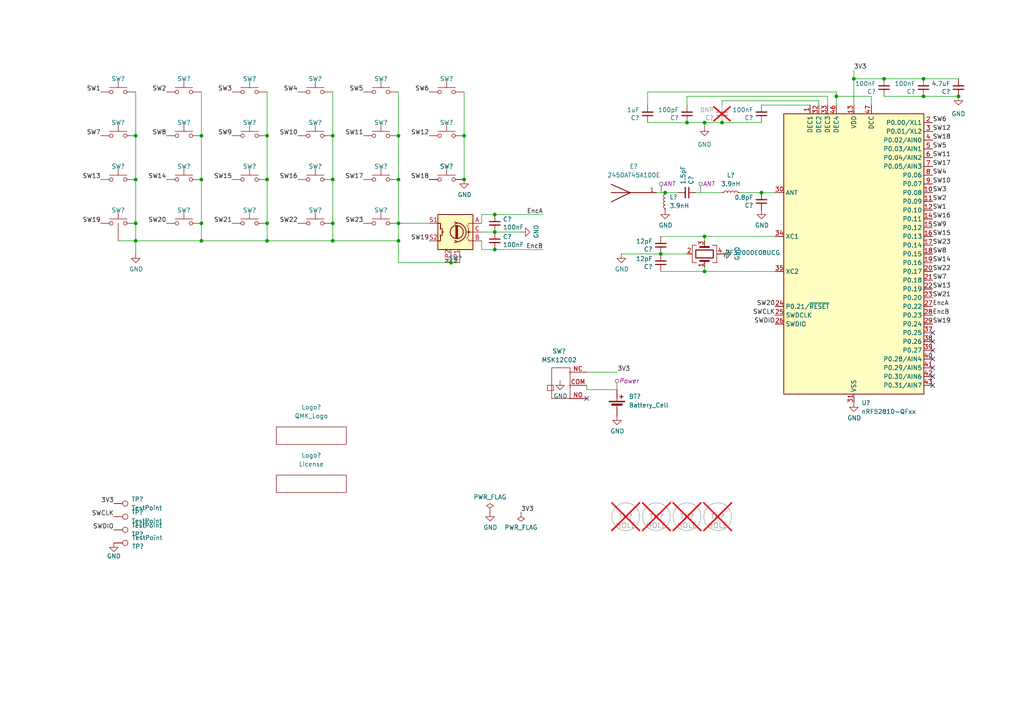
<source format=kicad_sch>
(kicad_sch (version 20230121) (generator eeschema)
  (paper "A4")
  (lib_symbols
    (symbol "2450AT45A100E:2450AT45A100E" (pin_names (offset 1.016))
      (property "Reference" "E" (at 2.8004 5.8496 0))
      (property "Value" "2450AT45A100E" (at 2.6732 3.813 0))
      (symbol "2450AT45A100E_0_0"
        (polyline (pts (xy 0 2.54) (xy -2.667 8.001)) (stroke (width 0.254)))
        (polyline (pts (xy 0 2.54) (xy 0 -5.08)) (stroke (width 0.254)))
        (polyline (pts (xy 0 8.001) (xy 0 2.54)) (stroke (width 0.254)))
        (polyline (pts (xy 2.413 8.001) (xy 0 2.54)) (stroke (width 0.254)))
        (pin input line (at 0 -5.08 90) (length 2.54) (name "~") (number "1"))
      )
    )
    (symbol "Connector:TestPoint" (pin_numbers hide) (pin_names (offset 0.762) hide)
      (property "Reference" "TP" (at 0 6.858 0))
      (property "Value" "TestPoint" (at 0 5.08 0))
      (symbol "TestPoint_0_1"
        (circle (center 0 3.302) (radius 0.762))
      )
      (symbol "TestPoint_1_1"
        (pin passive line (at 0 0 90) (length 2.54) (name "1") (number "1"))
      )
    )
    (symbol "Device:Battery_Cell" (pin_numbers hide) (pin_names (offset 0) hide)
      (property "Reference" "BT" (at 2.54 2.54 0))
      (property "Value" "Battery_Cell" (at 2.54 0 0))
      (symbol "Battery_Cell_0_1"
        (rectangle (start -2.286 1.778) (end 2.286 1.524) (fill (type outline)))
        (rectangle (start -1.524 1.016) (end 1.524 0.508) (fill (type outline)))
        (polyline (pts (xy 0 0.762) (xy 0 0)))
        (polyline (pts (xy 0 1.778) (xy 0 2.54)))
        (polyline (pts (xy 0.762 3.048) (xy 1.778 3.048)) (stroke (width 0.254)))
        (polyline (pts (xy 1.27 3.556) (xy 1.27 2.54)) (stroke (width 0.254)))
      )
      (symbol "Battery_Cell_1_1"
        (pin passive line (at 0 5.08 270) (length 2.54) (name "+") (number "1"))
        (pin passive line (at 0 -2.54 90) (length 2.54) (name "-") (number "2"))
      )
    )
    (symbol "Device:C_Small" (pin_numbers hide) (pin_names (offset 0.254) hide)
      (property "Reference" "C" (at 0.254 1.778 0))
      (property "Value" "C_Small" (at 0.254 -2.032 0))
      (symbol "C_Small_0_1"
        (polyline (pts (xy -1.524 -0.508) (xy 1.524 -0.508)) (stroke (width 0.3302)))
        (polyline (pts (xy -1.524 0.508) (xy 1.524 0.508)) (stroke (width 0.3048)))
      )
      (symbol "C_Small_1_1"
        (pin passive line (at 0 2.54 270) (length 2.032) (name "~") (number "1"))
        (pin passive line (at 0 -2.54 90) (length 2.032) (name "~") (number "2"))
      )
    )
    (symbol "Device:Crystal_GND24" (pin_names (offset 1.016) hide)
      (property "Reference" "Y" (at 3.175 5.08 0))
      (property "Value" "Crystal_GND24" (at 3.175 3.175 0))
      (symbol "Crystal_GND24_0_1"
        (rectangle (start -1.143 2.54) (end 1.143 -2.54) (stroke (width 0.3048)))
        (polyline (pts (xy -2.54 0) (xy -2.032 0)))
        (polyline (pts (xy -2.032 -1.27) (xy -2.032 1.27)) (stroke (width 0.508)))
        (polyline (pts (xy 0 -3.81) (xy 0 -3.556)))
        (polyline (pts (xy 0 3.556) (xy 0 3.81)))
        (polyline (pts (xy 2.032 -1.27) (xy 2.032 1.27)) (stroke (width 0.508)))
        (polyline (pts (xy 2.032 0) (xy 2.54 0)))
        (polyline (pts (xy -2.54 -2.286) (xy -2.54 -3.556) (xy 2.54 -3.556) (xy 2.54 -2.286)))
        (polyline (pts (xy -2.54 2.286) (xy -2.54 3.556) (xy 2.54 3.556) (xy 2.54 2.286)))
      )
      (symbol "Crystal_GND24_1_1"
        (pin passive line (at -3.81 0 0) (length 1.27) (name "1") (number "1"))
        (pin passive line (at 0 5.08 270) (length 1.27) (name "2") (number "2"))
        (pin passive line (at 3.81 0 180) (length 1.27) (name "3") (number "3"))
        (pin passive line (at 0 -5.08 90) (length 1.27) (name "4") (number "4"))
      )
    )
    (symbol "Device:L_Small" (pin_numbers hide) (pin_names (offset 0.254) hide)
      (property "Reference" "L" (at 0.762 1.016 0))
      (property "Value" "L_Small" (at 0.762 -1.016 0))
      (symbol "L_Small_0_1"
        (arc (start 0 -2.032) (mid 0.5058 -1.524) (end 0 -1.016))
        (arc (start 0 -1.016) (mid 0.5058 -0.508) (end 0 0))
        (arc (start 0 0) (mid 0.5058 0.508) (end 0 1.016))
        (arc (start 0 1.016) (mid 0.5058 1.524) (end 0 2.032))
      )
      (symbol "L_Small_1_1"
        (pin passive line (at 0 2.54 270) (length 0.508) (name "~") (number "1"))
        (pin passive line (at 0 -2.54 90) (length 0.508) (name "~") (number "2"))
      )
    )
    (symbol "GND_2" (power) (pin_names (offset 0))
      (property "Value" "GND_2" (at 0 -3.81 0))
      (symbol "GND_2_0_1"
        (polyline (pts (xy 0 0) (xy 0 -1.27) (xy 1.27 -1.27) (xy 0 -2.54) (xy -1.27 -1.27) (xy 0 -1.27)))
      )
      (symbol "GND_2_1_1"
        (pin power_in line (at 0 0 270) (length 0) hide (name "GND") (number "1"))
      )
    )
    (symbol "Keyboard Common:MSK12C02" (pin_names (offset 0) hide)
      (property "Reference" "SW" (at 0 7.62 0))
      (property "Value" "MSK12C02" (at 0 5.08 0))
      (symbol "MSK12C02_0_1"
        (rectangle (start -3.81 -1.27) (end -2.032 -2.794))
        (rectangle (start -2.54 3.81) (end 2.794 -5.08))
      )
      (symbol "MSK12C02_1_1"
        (pin power_out line (at 7.62 -1.27 180) (length 5.08) (name "COM") (number "COM"))
        (pin power_in line (at 0 0 90) (length 2.54) hide (name "GND") (number "MP"))
        (pin power_in line (at 7.62 2.54 180) (length 5.08) (name "NC") (number "NC"))
        (pin power_in line (at 7.62 -5.08 180) (length 5.08) (name "NO") (number "NO"))
      )
    )
    (symbol "Keyboard Switches:SW_Push_GND" (pin_numbers hide) (pin_names (offset 1.016) hide)
      (property "Reference" "SW" (at 1.27 2.54 0))
      (property "Value" "SW_Push" (at 0 -1.524 0))
      (symbol "SW_Push_GND_0_1"
        (circle (center -2.032 0) (radius 0.508))
        (polyline (pts (xy 0 1.27) (xy 0 3.048)))
        (polyline (pts (xy 2.54 1.27) (xy -2.54 1.27)))
        (circle (center 2.032 0) (radius 0.508))
        (pin passive line (at -5.08 0 0) (length 2.54) (name "1") (number "1"))
        (pin passive line (at 5.08 0 180) (length 2.54) (name "2") (number "2"))
      )
      (symbol "SW_Push_GND_1_1"
        (pin power_in line (at 0 -5.08 90) (length 5.08) (name "3") (number "3"))
      )
    )
    (symbol "Keyboard_Library:Rotary_Encoder_Switch_GND" (pin_names (offset 0.254) hide)
      (property "Reference" "SW" (at 0 6.604 0))
      (property "Value" "Rotary_Encoder_Switch_GND" (at 0 8.89 0))
      (symbol "Rotary_Encoder_Switch_GND_0_1"
        (rectangle (start -5.08 5.08) (end 5.08 -5.08) (stroke (width 0.254)) (fill (type background)))
        (circle (center -3.81 0) (radius 0.254) (fill (type outline)))
        (circle (center -0.381 0) (radius 1.905) (stroke (width 0.254)))
        (arc (start -0.381 2.667) (mid -3.0988 -0.0635) (end -0.381 -2.794) (stroke (width 0.254)))
        (polyline (pts (xy -0.635 -1.778) (xy -0.635 1.778)) (stroke (width 0.254)))
        (polyline (pts (xy -0.381 -1.778) (xy -0.381 1.778)) (stroke (width 0.254)))
        (polyline (pts (xy -0.127 1.778) (xy -0.127 -1.778)) (stroke (width 0.254)))
        (polyline (pts (xy 3.81 0) (xy 3.429 0)) (stroke (width 0.254)))
        (polyline (pts (xy 3.81 1.016) (xy 3.81 -1.016)) (stroke (width 0.254)))
        (polyline (pts (xy -5.08 -2.54) (xy -3.81 -2.54) (xy -3.81 -2.032)))
        (polyline (pts (xy -5.08 2.54) (xy -3.81 2.54) (xy -3.81 2.032)))
        (polyline (pts (xy 0.254 -3.048) (xy -0.508 -2.794) (xy 0.127 -2.413)) (stroke (width 0.254)))
        (polyline (pts (xy 0.254 2.921) (xy -0.508 2.667) (xy 0.127 2.286)) (stroke (width 0.254)))
        (polyline (pts (xy 5.08 -2.54) (xy 4.318 -2.54) (xy 4.318 -1.016)) (stroke (width 0.254)))
        (polyline (pts (xy 5.08 2.54) (xy 4.318 2.54) (xy 4.318 1.016)) (stroke (width 0.254)))
        (polyline (pts (xy -5.08 0) (xy -3.81 0) (xy -3.81 -1.016) (xy -3.302 -2.032)))
        (polyline (pts (xy -4.318 0) (xy -3.81 0) (xy -3.81 1.016) (xy -3.302 2.032)))
        (circle (center 4.318 -1.016) (radius 0.127) (stroke (width 0.254)))
        (circle (center 4.318 1.016) (radius 0.127) (stroke (width 0.254)))
      )
      (symbol "Rotary_Encoder_Switch_GND_1_1"
        (pin passive line (at -7.62 2.54 0) (length 2.54) (name "A") (number "A"))
        (pin passive line (at -7.62 -2.54 0) (length 2.54) (name "B") (number "B"))
        (pin passive line (at -7.62 0 0) (length 2.54) (name "C") (number "C"))
        (pin power_in line (at -1.27 -8.89 90) (length 3.7084) (name "GND") (number "MP1"))
        (pin power_in line (at 1.27 -8.89 90) (length 3.7592) (name "GND") (number "MP2"))
        (pin passive line (at 7.62 2.54 180) (length 2.54) (name "S1") (number "S1"))
        (pin passive line (at 7.62 -2.54 180) (length 2.54) (name "S2") (number "S2"))
      )
    )
    (symbol "LCSC Parts:100nF" (pin_numbers hide) (pin_names (offset 0.254) hide)
      (property "Reference" "C" (at 0.254 1.778 0))
      (property "Value" "100nF" (at 0.254 -2.032 0))
      (symbol "100nF_0_1"
        (polyline (pts (xy -1.524 -0.508) (xy 1.524 -0.508)) (stroke (width 0.3302)))
        (polyline (pts (xy -1.524 0.508) (xy 1.524 0.508)) (stroke (width 0.3048)))
      )
      (symbol "100nF_1_1"
        (pin passive line (at 0 2.54 270) (length 2.032) (name "~") (number "1"))
        (pin passive line (at 0 -2.54 90) (length 2.032) (name "~") (number "2"))
      )
    )
    (symbol "Logotypes:QMK_Logo" (pin_numbers hide) (pin_names (offset 0) hide) (in_bom no)
      (property "Reference" "Logo" (at 0 0 0))
      (property "Value" "QMK_Logo" (at 0 2.54 0))
      (symbol "QMK_Logo_0_1"
        (rectangle (start -10.16 3.81) (end 10.16 -1.27))
      )
    )
    (symbol "MCU_Nordic:nRF52810-QFxx"
      (property "Reference" "U" (at 0 1.27 0))
      (property "Value" "nRF52810-QFxx" (at 0 -1.27 0))
      (symbol "nRF52810-QFxx_0_1"
        (rectangle (start -20.32 40.64) (end 20.32 -40.64) (stroke (width 0.254)) (fill (type background)))
      )
      (symbol "nRF52810-QFxx_1_1"
        (pin passive line (at -12.7 43.18 270) (length 2.54) (name "DEC1") (number "1"))
        (pin bidirectional line (at 22.86 17.78 180) (length 2.54) (name "P0.08") (number "10"))
        (pin bidirectional line (at 22.86 15.24 180) (length 2.54) (name "P0.09") (number "11"))
        (pin bidirectional line (at 22.86 12.7 180) (length 2.54) (name "P0.10") (number "12"))
        (pin power_in line (at 0 43.18 270) (length 2.54) (name "VDD") (number "13"))
        (pin bidirectional line (at 22.86 10.16 180) (length 2.54) (name "P0.11") (number "14"))
        (pin bidirectional line (at 22.86 7.62 180) (length 2.54) (name "P0.12") (number "15"))
        (pin bidirectional line (at 22.86 5.08 180) (length 2.54) (name "P0.13") (number "16"))
        (pin bidirectional line (at 22.86 2.54 180) (length 2.54) (name "P0.14") (number "17"))
        (pin bidirectional line (at 22.86 0 180) (length 2.54) (name "P0.15") (number "18"))
        (pin bidirectional line (at 22.86 -2.54 180) (length 2.54) (name "P0.16") (number "19"))
        (pin bidirectional line (at 22.86 38.1 180) (length 2.54) (name "P0.00/XL1") (number "2"))
        (pin bidirectional line (at 22.86 -5.08 180) (length 2.54) (name "P0.17") (number "20"))
        (pin bidirectional line (at 22.86 -7.62 180) (length 2.54) (name "P0.18") (number "21"))
        (pin bidirectional line (at 22.86 -10.16 180) (length 2.54) (name "P0.19") (number "22"))
        (pin bidirectional line (at 22.86 -12.7 180) (length 2.54) (name "P0.20") (number "23"))
        (pin bidirectional line (at -22.86 -15.24 0) (length 2.54) (name "P0.21/~{RESET}") (number "24"))
        (pin input line (at -22.86 -17.78 0) (length 2.54) (name "SWDCLK") (number "25"))
        (pin bidirectional line (at -22.86 -20.32 0) (length 2.54) (name "SWDIO") (number "26"))
        (pin bidirectional line (at 22.86 -15.24 180) (length 2.54) (name "P0.22") (number "27"))
        (pin bidirectional line (at 22.86 -17.78 180) (length 2.54) (name "P0.23") (number "28"))
        (pin bidirectional line (at 22.86 -20.32 180) (length 2.54) (name "P0.24") (number "29"))
        (pin bidirectional line (at 22.86 35.56 180) (length 2.54) (name "P0.01/XL2") (number "3"))
        (pin passive line (at -22.86 17.78 0) (length 2.54) (name "ANT") (number "30"))
        (pin power_in line (at 0 -43.18 90) (length 2.54) (name "VSS") (number "31"))
        (pin passive line (at -10.16 43.18 270) (length 2.54) (name "DEC2") (number "32"))
        (pin passive line (at -7.62 43.18 270) (length 2.54) (name "DEC3") (number "33"))
        (pin input line (at -22.86 5.08 0) (length 2.54) (name "XC1") (number "34"))
        (pin input line (at -22.86 -5.08 0) (length 2.54) (name "XC2") (number "35"))
        (pin passive line (at 0 43.18 270) (length 2.54) hide (name "VDD") (number "36"))
        (pin bidirectional line (at 22.86 -22.86 180) (length 2.54) (name "P0.25") (number "37"))
        (pin bidirectional line (at 22.86 -25.4 180) (length 2.54) (name "P0.26") (number "38"))
        (pin bidirectional line (at 22.86 -27.94 180) (length 2.54) (name "P0.27") (number "39"))
        (pin bidirectional line (at 22.86 33.02 180) (length 2.54) (name "P0.02/AIN0") (number "4"))
        (pin bidirectional line (at 22.86 -30.48 180) (length 2.54) (name "P0.28/AIN4") (number "40"))
        (pin bidirectional line (at 22.86 -33.02 180) (length 2.54) (name "P0.29/AIN5") (number "41"))
        (pin bidirectional line (at 22.86 -35.56 180) (length 2.54) (name "P0.30/AIN6") (number "42"))
        (pin bidirectional line (at 22.86 -38.1 180) (length 2.54) (name "P0.31/AIN7") (number "43"))
        (pin no_connect line (at -20.32 -30.48 0) (length 2.54) hide (name "NC") (number "44"))
        (pin passive line (at 0 -43.18 90) (length 2.54) hide (name "VSS") (number "45"))
        (pin passive line (at -5.08 43.18 270) (length 2.54) (name "DEC4") (number "46"))
        (pin power_out line (at 5.08 43.18 270) (length 2.54) (name "DCC") (number "47"))
        (pin passive line (at 0 43.18 270) (length 2.54) hide (name "VDD") (number "48"))
        (pin passive line (at 0 -43.18 90) (length 2.54) hide (name "VSS") (number "49"))
        (pin bidirectional line (at 22.86 30.48 180) (length 2.54) (name "P0.03/AIN1") (number "5"))
        (pin bidirectional line (at 22.86 27.94 180) (length 2.54) (name "P0.04/AIN2") (number "6"))
        (pin bidirectional line (at 22.86 25.4 180) (length 2.54) (name "P0.05/AIN3") (number "7"))
        (pin bidirectional line (at 22.86 22.86 180) (length 2.54) (name "P0.06") (number "8"))
        (pin bidirectional line (at 22.86 20.32 180) (length 2.54) (name "P0.07") (number "9"))
      )
    )
    (symbol "Switch:SW_Push" (pin_numbers hide) (pin_names (offset 1.016) hide)
      (property "Reference" "SW" (at 1.27 2.54 0))
      (property "Value" "SW_Push" (at 0 -1.524 0))
      (symbol "SW_Push_0_1"
        (circle (center -2.032 0) (radius 0.508))
        (polyline (pts (xy 0 1.27) (xy 0 3.048)))
        (polyline (pts (xy 2.54 1.27) (xy -2.54 1.27)))
        (circle (center 2.032 0) (radius 0.508))
        (pin passive line (at -5.08 0 0) (length 2.54) (name "1") (number "1"))
        (pin passive line (at 5.08 0 180) (length 2.54) (name "2") (number "2"))
      )
    )
    (symbol "keebio:Hole" (pin_names (offset 1.016))
      (property "Reference" "H" (at 0 -1.27 0))
      (property "Value" "Hole" (at 0 1.27 0))
      (symbol "Hole_0_1"
        (circle (center 0 0) (radius 4.0132))
      )
    )
    (symbol "power:GND" (power) (pin_names (offset 0))
      (property "Value" "GND" (at 0 -3.81 0))
      (symbol "GND_0_1"
        (polyline (pts (xy 0 0) (xy 0 -1.27) (xy 1.27 -1.27) (xy 0 -2.54) (xy -1.27 -1.27) (xy 0 -1.27)))
      )
      (symbol "GND_1_1"
        (pin power_in line (at 0 0 270) (length 0) hide (name "GND") (number "1"))
      )
    )
    (symbol "power:PWR_FLAG" (power) (pin_numbers hide) (pin_names (offset 0) hide)
      (property "Value" "PWR_FLAG" (at 0 3.81 0))
      (symbol "PWR_FLAG_0_0"
        (pin power_out line (at 0 0 90) (length 0) (name "pwr") (number "1"))
      )
      (symbol "PWR_FLAG_0_1"
        (polyline (pts (xy 0 0) (xy 0 1.27) (xy -1.016 1.905) (xy 0 2.54) (xy 1.016 1.905) (xy 0 1.27)))
      )
    )
  )
  (junction (at 96.52 69.85))
  (junction (at 199.263 35.56))
  (junction (at 143.51 62.23))
  (junction (at 134.62 39.37))
  (junction (at 39.37 69.85))
  (junction (at 96.52 52.07))
  (junction (at 39.37 64.77))
  (junction (at 267.843 22.86))
  (junction (at 130.81 76.2))
  (junction (at 96.52 64.77))
  (junction (at 39.37 52.07))
  (junction (at 143.51 67.31))
  (junction (at 204.343 78.74))
  (junction (at 220.853 55.88))
  (junction (at 267.843 27.94))
  (junction (at 115.57 39.37))
  (junction (at 77.47 39.37))
  (junction (at 77.47 64.77))
  (junction (at 96.52 39.37))
  (junction (at 242.57 27.94))
  (junction (at 256.413 22.86))
  (junction (at 143.51 72.39))
  (junction (at 192.913 55.88))
  (junction (at 209.423 35.56))
  (junction (at 134.62 52.07))
  (junction (at 278.003 27.94))
  (junction (at 115.57 69.85))
  (junction (at 247.65 22.86))
  (junction (at 58.42 69.85))
  (junction (at 58.42 64.77))
  (junction (at 77.47 52.07))
  (junction (at 115.57 64.77))
  (junction (at 58.42 39.37))
  (junction (at 115.57 52.07))
  (junction (at 204.343 35.56))
  (junction (at 39.37 39.37))
  (junction (at 204.343 68.58))
  (junction (at 77.47 69.85))
  (junction (at 191.643 73.66))
  (junction (at 58.42 52.07))
  (no_connect (at 270.51 101.6))
  (no_connect (at 270.51 109.22))
  (no_connect (at 170.18 115.57))
  (no_connect (at 270.51 111.76))
  (no_connect (at 270.51 96.52))
  (no_connect (at 270.51 99.06))
  (no_connect (at 270.51 104.14))
  (no_connect (at 270.51 106.68))
  (wire (pts (xy 192.913 55.88) (xy 196.723 55.88)))
  (wire (pts (xy 139.7 67.31) (xy 143.51 67.31)))
  (wire (pts (xy 242.57 30.48) (xy 242.57 27.94)))
  (wire (pts (xy 224.79 78.74) (xy 204.343 78.74)))
  (wire (pts (xy 58.42 64.77) (xy 58.42 69.85)))
  (wire (pts (xy 267.843 27.94) (xy 278.003 27.94)))
  (wire (pts (xy 133.35 76.2) (xy 130.81 76.2)))
  (wire (pts (xy 130.81 76.2) (xy 115.57 76.2)))
  (wire (pts (xy 151.13 67.31) (xy 143.51 67.31)))
  (wire (pts (xy 240.03 30.48) (xy 240.03 27.94)))
  (wire (pts (xy 187.833 35.56) (xy 199.263 35.56)))
  (wire (pts (xy 77.47 52.07) (xy 77.47 64.77)))
  (wire (pts (xy 191.643 73.66) (xy 180.213 73.66)))
  (wire (pts (xy 191.643 73.66) (xy 199.263 73.66)))
  (wire (pts (xy 115.57 26.67) (xy 115.57 39.37)))
  (wire (pts (xy 256.413 27.94) (xy 267.843 27.94)))
  (wire (pts (xy 139.7 72.39) (xy 143.51 72.39)))
  (wire (pts (xy 134.62 26.67) (xy 134.62 39.37)))
  (wire (pts (xy 115.57 39.37) (xy 115.57 52.07)))
  (wire (pts (xy 115.57 76.2) (xy 115.57 69.85)))
  (wire (pts (xy 139.7 62.23) (xy 139.7 64.77)))
  (wire (pts (xy 170.18 111.76) (xy 170.18 113.03)))
  (wire (pts (xy 214.503 55.88) (xy 220.853 55.88)))
  (wire (pts (xy 209.423 29.21) (xy 209.423 30.48)))
  (wire (pts (xy 256.413 22.86) (xy 267.843 22.86)))
  (wire (pts (xy 115.57 52.07) (xy 115.57 64.77)))
  (wire (pts (xy 247.65 22.86) (xy 247.65 30.48)))
  (wire (pts (xy 187.833 26.67) (xy 187.833 30.48)))
  (wire (pts (xy 204.343 35.56) (xy 209.423 35.56)))
  (wire (pts (xy 247.65 20.32) (xy 247.65 22.86)))
  (wire (pts (xy 134.62 39.37) (xy 134.62 52.07)))
  (wire (pts (xy 34.29 69.85) (xy 39.37 69.85)))
  (wire (pts (xy 39.37 52.07) (xy 39.37 64.77)))
  (wire (pts (xy 77.47 39.37) (xy 77.47 52.07)))
  (wire (pts (xy 191.643 68.58) (xy 204.343 68.58)))
  (wire (pts (xy 187.833 26.67) (xy 242.57 26.67)))
  (wire (pts (xy 247.65 22.86) (xy 256.413 22.86)))
  (wire (pts (xy 58.42 26.67) (xy 58.42 39.37)))
  (wire (pts (xy 96.52 26.67) (xy 96.52 39.37)))
  (wire (pts (xy 179.07 107.95) (xy 170.18 107.95)))
  (wire (pts (xy 199.263 27.94) (xy 199.263 30.48)))
  (wire (pts (xy 199.263 35.56) (xy 204.343 35.56)))
  (wire (pts (xy 204.343 68.58) (xy 224.79 68.58)))
  (wire (pts (xy 237.49 29.21) (xy 237.49 30.48)))
  (wire (pts (xy 242.57 27.94) (xy 252.73 27.94)))
  (wire (pts (xy 39.37 39.37) (xy 39.37 52.07)))
  (wire (pts (xy 96.52 52.07) (xy 96.52 64.77)))
  (wire (pts (xy 201.803 55.88) (xy 209.423 55.88)))
  (wire (pts (xy 77.47 26.67) (xy 77.47 39.37)))
  (wire (pts (xy 77.47 64.77) (xy 77.47 69.85)))
  (wire (pts (xy 240.03 27.94) (xy 199.263 27.94)))
  (wire (pts (xy 39.37 69.85) (xy 58.42 69.85)))
  (wire (pts (xy 96.52 39.37) (xy 96.52 52.07)))
  (wire (pts (xy 220.853 30.48) (xy 234.95 30.48)))
  (wire (pts (xy 96.52 69.85) (xy 115.57 69.85)))
  (wire (pts (xy 139.7 72.39) (xy 139.7 69.85)))
  (wire (pts (xy 267.843 22.86) (xy 278.003 22.86)))
  (wire (pts (xy 58.42 69.85) (xy 77.47 69.85)))
  (wire (pts (xy 204.343 78.74) (xy 191.643 78.74)))
  (wire (pts (xy 190.373 55.88) (xy 192.913 55.88)))
  (wire (pts (xy 139.7 62.23) (xy 143.51 62.23)))
  (wire (pts (xy 96.52 69.85) (xy 77.47 69.85)))
  (wire (pts (xy 58.42 39.37) (xy 58.42 52.07)))
  (wire (pts (xy 39.37 73.66) (xy 39.37 69.85)))
  (wire (pts (xy 162.56 110.49) (xy 162.433 110.49)))
  (wire (pts (xy 170.18 113.03) (xy 178.943 113.03)))
  (wire (pts (xy 96.52 64.77) (xy 96.52 69.85)))
  (wire (pts (xy 204.343 35.56) (xy 204.343 36.83)))
  (wire (pts (xy 143.51 62.23) (xy 157.48 62.23)))
  (wire (pts (xy 204.343 68.58) (xy 204.343 69.85)))
  (wire (pts (xy 39.37 64.77) (xy 39.37 69.85)))
  (wire (pts (xy 209.423 35.56) (xy 220.853 35.56)))
  (wire (pts (xy 115.57 64.77) (xy 115.57 69.85)))
  (wire (pts (xy 204.343 77.47) (xy 204.343 78.74)))
  (wire (pts (xy 39.37 26.67) (xy 39.37 39.37)))
  (wire (pts (xy 252.73 30.48) (xy 252.73 27.94)))
  (wire (pts (xy 115.57 64.77) (xy 124.46 64.77)))
  (wire (pts (xy 242.57 26.67) (xy 242.57 27.94)))
  (wire (pts (xy 157.48 72.39) (xy 143.51 72.39)))
  (wire (pts (xy 209.423 29.21) (xy 237.49 29.21)))
  (wire (pts (xy 220.853 55.88) (xy 224.79 55.88)))
  (wire (pts (xy 58.42 52.07) (xy 58.42 64.77)))
  (label "SW11" (at 270.51 45.72 0))
  (label "SW22" (at 270.51 78.74 0))
  (label "SW3" (at 67.31 26.67 180))
  (label "SW18" (at 124.46 52.07 180))
  (label "SW15" (at 67.31 52.07 180))
  (label "SWCLK" (at 224.79 91.44 180))
  (label "SW19" (at 270.51 93.98 0))
  (label "SW11" (at 105.41 39.37 180))
  (label "SW20" (at 224.79 88.9 180))
  (label "EncA" (at 157.48 62.23 180))
  (label "SW18" (at 270.51 40.64 0))
  (label "SW6" (at 270.51 35.56 0))
  (label "SW17" (at 105.41 52.07 180))
  (label "SW16" (at 270.51 63.5 0))
  (label "SW13" (at 270.51 83.82 0))
  (label "SW17" (at 270.51 48.26 0))
  (label "SW19" (at 124.46 69.85 180))
  (label "SW1" (at 270.51 60.96 0))
  (label "SWCLK" (at 33.02 149.86 180))
  (label "SW10" (at 270.51 53.34 0))
  (label "3V3" (at 179.07 107.95 0))
  (label "SWDIO" (at 33.02 153.67 180))
  (label "SW8" (at 270.51 73.66 0))
  (label "SW2" (at 270.51 58.42 0))
  (label "SW21" (at 270.51 86.36 0))
  (label "3V3" (at 33.02 146.05 180))
  (label "SW4" (at 86.36 26.67 180))
  (label "SW9" (at 270.51 66.04 0))
  (label "SW12" (at 124.46 39.37 180))
  (label "EncA" (at 270.51 88.9 0))
  (label "SW15" (at 270.51 68.58 0))
  (label "SW19" (at 29.21 64.77 180))
  (label "SW12" (at 270.51 38.1 0))
  (label "SW21" (at 67.31 64.77 180))
  (label "SW8" (at 48.26 39.37 180))
  (label "SW7" (at 29.21 39.37 180))
  (label "SW14" (at 270.51 76.2 0))
  (label "SW16" (at 86.36 52.07 180))
  (label "SW23" (at 105.41 64.77 180))
  (label "3V3" (at 247.65 20.32 0))
  (label "SW1" (at 29.21 26.67 180))
  (label "SWDIO" (at 224.79 93.98 180))
  (label "SW14" (at 48.26 52.07 180))
  (label "SW6" (at 124.46 26.67 180))
  (label "SW3" (at 270.51 55.88 0))
  (label "SW10" (at 86.36 39.37 180))
  (label "SW4" (at 270.51 50.8 0))
  (label "SW22" (at 86.36 64.77 180))
  (label "SW9" (at 67.31 39.37 180))
  (label "SW5" (at 270.51 43.18 0))
  (label "EncB" (at 270.51 91.44 0))
  (label "SW2" (at 48.26 26.67 180))
  (label "EncB" (at 157.48 72.39 180))
  (label "SW13" (at 29.21 52.07 180))
  (label "3V3" (at 151.13 148.59 0))
  (label "SW20" (at 48.26 64.77 180))
  (label "SW5" (at 105.41 26.67 180))
  (label "SW23" (at 270.51 71.12 0))
  (label "SW7" (at 270.51 81.28 0))
  (netclass_flag "" (length 2.54) (shape round) (at 191.77 55.88 0) (property "Netclass" "ANT" (at 192.3796 53.34 0) (effects (font italic) (justify left))))
  (netclass_flag "" (length 2.54) (shape round) (at 178.943 113.03 0) (property "Netclass" "Power" (at 179.5526 110.49 0) (effects (font italic) (justify left))))
  (netclass_flag "" (length 2.54) (shape round) (at 203.2 55.88 0) (property "Netclass" "ANT" (at 203.8096 53.34 0) (effects (font italic) (justify left))))
  (symbol (lib_id "Switch:SW_Push") (at 110.49 26.67 0) (mirror y) (unit 1)
    (property "Reference" "SW?" (at 110.49 22.86 0))
    (property "Value" "Switch" (effects hide))
    (property "Footprint" "Keyboard Switches:SW_MX_HotSwap" (effects hide))
    (instances (project "Lotus46_unWired_100" (path "" (reference "SW?") (unit 1)) (path "" (reference "SW5") (unit 1)) (path "" (reference "SW5") (unit 1))))
  )
  (symbol (lib_id "power:GND") (at 151.13 67.31 90) (unit 1)
    (property "Reference" "#PWR?" (effects hide))
    (property "Value" "GND" (at 155.5242 67.183 0))
    (instances (project "Lotus46_unWired_100" (path "" (reference "#PWR?") (unit 1)) (path "" (reference "#PWR07") (unit 1)) (path "" (reference "#PWR09") (unit 1))))
  )
  (symbol (lib_id "power:GND") (at 220.853 60.96 0) (unit 1)
    (property "Reference" "#PWR?" (effects hide))
    (property "Value" "GND" (at 220.98 65.3542 0))
    (instances (project "Lotus46_unWired_100" (path "" (reference "#PWR?") (unit 1)) (path "" (reference "#PWR06") (unit 1)) (path "" (reference "#PWR013") (unit 1))))
  )
  (symbol (lib_id "Device:Battery_Cell") (at 178.943 118.11 0) (unit 1)
    (property "Reference" "BT?" (at 182.372 114.9985 0) (effects (justify left)))
    (property "Value" "Battery_Cell" (at 182.372 117.5385 0) (effects (justify left)))
    (property "Footprint" "Keyboard Common:BS-12" (effects hide))
    (property "Part #" "C969911" (effects hide))
    (instances (project "Lotus46_unWired_100" (path "" (reference "BT?") (unit 1)) (path "" (reference "BT1") (unit 1)) (path "" (reference "BT1") (unit 1))))
  )
  (symbol (lib_id "Device:C_Small") (at 220.853 58.42 180) (unit 1)
    (property "Reference" "C?" (at 218.5162 59.5884 0) (effects (justify left)))
    (property "Value" "0.8pF" (at 218.5162 57.277 0) (effects (justify left)))
    (property "Footprint" "Capacitor_SMD:C_0402_1005Metric" (effects hide))
    (property "LCSC" "C258484" (effects hide))
    (instances (project "Lotus46_unWired_100" (path "" (reference "C?") (unit 1)) (path "" (reference "C9") (unit 1)) (path "" (reference "C3") (unit 1))))
  )
  (symbol (lib_id "power:GND") (at 247.65 116.84 0) (unit 1)
    (property "Reference" "#PWR?" (effects hide))
    (property "Value" "GND" (at 247.777 121.2342 0))
    (instances (project "Lotus46_unWired_100" (path "" (reference "#PWR?") (unit 1)) (path "" (reference "#PWR013") (unit 1)) (path "" (reference "#PWR03") (unit 1))))
  )
  (symbol (lib_id "Switch:SW_Push") (at 53.34 64.77 0) (mirror y) (unit 1)
    (property "Reference" "SW?" (at 53.34 60.96 0))
    (property "Value" "Switch" (effects hide))
    (property "Footprint" "Keyboard Switches:SW_MX_HotSwap" (effects hide))
    (instances (project "Lotus46_unWired_100" (path "" (reference "SW?") (unit 1)) (path "" (reference "SW20") (unit 1)) (path "" (reference "SW20") (unit 1))))
  )
  (symbol (lib_id "Logotypes:QMK_Logo") (at 90.297 141.605 0) (unit 1) (in_bom no)
    (property "Reference" "Logo?" (at 90.297 132.08 0))
    (property "Value" "License" (at 90.297 134.62 0))
    (property "Footprint" "Logotypes:CC_BY_SA_40_line" (effects hide))
    (instances (project "Lotus46_unWired_100" (path "" (reference "Logo?") (unit 1)) (path "" (reference "Logo2") (unit 1)) (path "" (reference "Logo2") (unit 1))))
  )
  (symbol (lib_id "power:GND") (at 134.62 52.07 0) (unit 1)
    (property "Reference" "#PWR?" (effects hide))
    (property "Value" "GND" (at 134.747 56.4642 0))
    (instances (project "Lotus46_unWired_100" (path "" (reference "#PWR?") (unit 1)) (path "" (reference "#PWR04") (unit 1)) (path "" (reference "#PWR08") (unit 1))))
  )
  (symbol (lib_id "keebio:Hole") (at 199.263 149.86 0) (unit 1) (in_bom no) (dnp yes)
    (property "Reference" "TH?" (at 199.263 149.86 0) (effects (font (size 1.524 1.524))))
    (property "Value" "HOLE" (at 199.263 152.4 0) (effects (font (size 1.524 1.524))))
    (property "Footprint" "Keyboard Common:Spacer PCB hole" (effects hide))
    (instances (project "Lotus46_unWired_100" (path "" (reference "TH?") (unit 1)) (path "" (reference "TH3") (unit 1)) (path "" (reference "TH3") (unit 1))))
  )
  (symbol (lib_id "Connector:TestPoint") (at 33.02 153.67 270) (mirror x) (unit 1) (in_bom no)
    (property "Reference" "TP?" (at 38.1 154.94 90) (effects (justify left)))
    (property "Value" "TestPoint" (at 38.1 152.4 90) (effects (justify left)))
    (property "Footprint" "TestPoint:TestPoint_Pad_D1.0mm" (effects hide))
    (instances (project "Lotus46_unWired_100" (path "" (reference "TP?") (unit 1)) (path "" (reference "TP3") (unit 1)) (path "" (reference "TP3") (unit 1))))
  )
  (symbol (lib_id "Switch:SW_Push") (at 53.34 39.37 0) (mirror y) (unit 1)
    (property "Reference" "SW?" (at 53.34 35.56 0))
    (property "Value" "Switch" (effects hide))
    (property "Footprint" "Keyboard Switches:SW_MX_HotSwap" (effects hide))
    (instances (project "Lotus46_unWired_100" (path "" (reference "SW?") (unit 1)) (path "" (reference "SW8") (unit 1)) (path "" (reference "SW8") (unit 1))))
  )
  (symbol (lib_id "Switch:SW_Push") (at 72.39 52.07 0) (mirror y) (unit 1)
    (property "Reference" "SW?" (at 72.39 48.26 0))
    (property "Value" "Switch" (effects hide))
    (property "Footprint" "Keyboard Switches:SW_MX_HotSwap" (effects hide))
    (instances (project "Lotus46_unWired_100" (path "" (reference "SW?") (unit 1)) (path "" (reference "SW15") (unit 1)) (path "" (reference "SW15") (unit 1))))
  )
  (symbol (lib_id "Switch:SW_Push") (at 34.29 52.07 0) (mirror y) (unit 1)
    (property "Reference" "SW?" (at 34.29 48.26 0))
    (property "Value" "Switch" (effects hide))
    (property "Footprint" "Keyboard Switches:SW_MX_HotSwap" (effects hide))
    (instances (project "Lotus46_unWired_100" (path "" (reference "SW?") (unit 1)) (path "" (reference "SW13") (unit 1)) (path "" (reference "SW13") (unit 1))))
  )
  (symbol (lib_id "Switch:SW_Push") (at 72.39 39.37 0) (mirror y) (unit 1)
    (property "Reference" "SW?" (at 72.39 35.56 0))
    (property "Value" "Switch" (effects hide))
    (property "Footprint" "Keyboard Switches:SW_MX_HotSwap" (effects hide))
    (instances (project "Lotus46_unWired_100" (path "" (reference "SW?") (unit 1)) (path "" (reference "SW9") (unit 1)) (path "" (reference "SW9") (unit 1))))
  )
  (symbol (lib_id "Connector:TestPoint") (at 33.02 157.48 270) (mirror x) (unit 1) (in_bom no)
    (property "Reference" "TP?" (at 38.227 158.496 90) (effects (justify left)))
    (property "Value" "TestPoint" (at 38.227 155.956 90) (effects (justify left)))
    (property "Footprint" "TestPoint:TestPoint_Pad_D1.0mm" (effects hide))
    (instances (project "Lotus46_unWired_100" (path "" (reference "TP?") (unit 1)) (path "" (reference "TP4") (unit 1)) (path "" (reference "TP4") (unit 1))))
  )
  (symbol (lib_id "Switch:SW_Push") (at 91.44 39.37 0) (mirror y) (unit 1)
    (property "Reference" "SW?" (at 91.44 35.56 0))
    (property "Value" "Switch" (effects hide))
    (property "Footprint" "Keyboard Switches:SW_MX_HotSwap" (effects hide))
    (instances (project "Lotus46_unWired_100" (path "" (reference "SW?") (unit 1)) (path "" (reference "SW10") (unit 1)) (path "" (reference "SW10") (unit 1))))
  )
  (symbol (lib_id "Device:C_Small") (at 220.853 33.02 180) (unit 1)
    (property "Reference" "C?" (at 218.5162 34.1884 0) (effects (justify left)))
    (property "Value" "100nF" (at 218.5162 31.877 0) (effects (justify left)))
    (property "Footprint" "Capacitor_SMD:C_0402_1005Metric" (effects hide))
    (property "LCSC" "C126523" (effects hide))
    (instances (project "Lotus46_unWired_100" (path "" (reference "C?") (unit 1)) (path "" (reference "C7") (unit 1)) (path "" (reference "C4") (unit 1))))
  )
  (symbol (lib_id "Switch:SW_Push") (at 91.44 26.67 0) (mirror y) (unit 1)
    (property "Reference" "SW?" (at 91.44 22.86 0))
    (property "Value" "Switch" (effects hide))
    (property "Footprint" "Keyboard Switches:SW_MX_HotSwap" (effects hide))
    (instances (project "Lotus46_unWired_100" (path "" (reference "SW?") (unit 1)) (path "" (reference "SW4") (unit 1)) (path "" (reference "SW4") (unit 1))))
  )
  (symbol (lib_id "Switch:SW_Push") (at 91.44 64.77 0) (mirror y) (unit 1)
    (property "Reference" "SW?" (at 91.44 60.96 0))
    (property "Value" "Switch" (effects hide))
    (property "Footprint" "Keyboard Switches:SW_MX_HotSwap" (effects hide))
    (instances (project "Lotus46_unWired_100" (path "" (reference "SW?") (unit 1)) (path "" (reference "SW22") (unit 1)) (path "" (reference "SW22") (unit 1))))
  )
  (symbol (lib_id "Keyboard Switches:SW_Push_GND") (at 34.29 64.77 0) (unit 1)
    (property "Reference" "SW?" (at 34.29 60.96 0))
    (property "Value" "Switch" (effects hide))
    (property "Footprint" "Keyboard Switches:SW_MX_HotSwap_FOR ENCODER" (effects hide))
    (instances (project "Lotus46_unWired_100" (path "" (reference "SW?") (unit 1)) (path "" (reference "SW19") (unit 1)) (path "" (reference "SW19") (unit 1))))
  )
  (symbol (lib_id "power:GND") (at 39.37 73.66 0) (unit 1)
    (property "Reference" "#PWR?" (effects hide))
    (property "Value" "GND" (at 39.497 78.0542 0))
    (instances (project "Lotus46_unWired_100" (path "" (reference "#PWR?") (unit 1)) (path "" (reference "#PWR08") (unit 1)) (path "" (reference "#PWR017") (unit 1))))
  )
  (symbol (lib_id "Device:C_Small") (at 191.643 71.12 180) (unit 1)
    (property "Reference" "C?" (at 189.3062 72.2884 0) (effects (justify left)))
    (property "Value" "12pF" (at 189.3062 69.977 0) (effects (justify left)))
    (property "Footprint" "Capacitor_SMD:C_0402_1005Metric" (effects hide))
    (property "LCSC" "C458856" (effects hide))
    (instances (project "Lotus46_unWired_100" (path "" (reference "C?") (unit 1)) (path "" (reference "C12") (unit 1)) (path "" (reference "C2") (unit 1))))
  )
  (symbol (lib_id "power:GND") (at 178.943 120.65 0) (unit 1)
    (property "Reference" "#PWR?" (effects hide))
    (property "Value" "GND" (at 179.07 125.0442 0))
    (instances (project "Lotus46_unWired_100" (path "" (reference "#PWR?") (unit 1)) (path "" (reference "#PWR014") (unit 1)) (path "" (reference "#PWR014") (unit 1))))
  )
  (symbol (lib_id "Switch:SW_Push") (at 91.44 52.07 0) (mirror y) (unit 1)
    (property "Reference" "SW?" (at 91.44 48.26 0))
    (property "Value" "Switch" (effects hide))
    (property "Footprint" "Keyboard Switches:SW_MX_HotSwap" (effects hide))
    (instances (project "Lotus46_unWired_100" (path "" (reference "SW?") (unit 1)) (path "" (reference "SW16") (unit 1)) (path "" (reference "SW16") (unit 1))))
  )
  (symbol (lib_id "power:GND") (at 192.913 60.96 0) (unit 1)
    (property "Reference" "#PWR?" (effects hide))
    (property "Value" "GND" (at 193.04 65.3542 0))
    (instances (project "Lotus46_unWired_100" (path "" (reference "#PWR?") (unit 1)) (path "" (reference "#PWR05") (unit 1)) (path "" (reference "#PWR011") (unit 1))))
  )
  (symbol (lib_id "Switch:SW_Push") (at 34.29 39.37 0) (mirror y) (unit 1)
    (property "Reference" "SW?" (at 34.29 35.56 0))
    (property "Value" "Switch" (effects hide))
    (property "Footprint" "Keyboard Switches:SW_MX_HotSwap" (effects hide))
    (instances (project "Lotus46_unWired_100" (path "" (reference "SW?") (unit 1)) (path "" (reference "SW7") (unit 1)) (path "" (reference "SW7") (unit 1))))
  )
  (symbol (lib_id "Switch:SW_Push") (at 129.54 26.67 0) (mirror y) (unit 1)
    (property "Reference" "SW?" (at 129.54 22.86 0))
    (property "Value" "Switch" (effects hide))
    (property "Footprint" "Keyboard Switches:SW_MX_HotSwap" (effects hide))
    (instances (project "Lotus46_unWired_100" (path "" (reference "SW?") (unit 1)) (path "" (reference "SW6") (unit 1)) (path "" (reference "SW6") (unit 1))))
  )
  (symbol (lib_id "Device:C_Small") (at 209.423 33.02 180) (unit 1) (in_bom no) (dnp yes)
    (property "Reference" "C?" (at 207.0862 34.1884 0) (effects (justify left)))
    (property "Value" "DNP" (at 207.0862 31.877 0) (effects (justify left)))
    (property "Footprint" "Capacitor_SMD:C_0402_1005Metric" (effects hide))
    (instances (project "Lotus46_unWired_100" (path "" (reference "C?") (unit 1)) (path "" (reference "C6") (unit 1)) (path "" (reference "C6") (unit 1))))
  )
  (symbol (lib_id "Switch:SW_Push") (at 72.39 64.77 0) (mirror y) (unit 1)
    (property "Reference" "SW?" (at 72.39 60.96 0))
    (property "Value" "Switch" (effects hide))
    (property "Footprint" "Keyboard Switches:SW_MX_HotSwap" (effects hide))
    (instances (project "Lotus46_unWired_100" (path "" (reference "SW?") (unit 1)) (path "" (reference "SW21") (unit 1)) (path "" (reference "SW21") (unit 1))))
  )
  (symbol (lib_id "power:PWR_FLAG") (at 142.113 148.59 0) (unit 1)
    (property "Reference" "#FLG?" (effects hide))
    (property "Value" "PWR_FLAG" (at 142.113 144.1704 0))
    (instances (project "Lotus46_unWired_100" (path "" (reference "#FLG?") (unit 1)) (path "" (reference "#FLG01") (unit 1)) (path "" (reference "#FLG01") (unit 1))))
  )
  (symbol (lib_id "keebio:Hole") (at 208.153 149.86 0) (unit 1) (in_bom no) (dnp yes)
    (property "Reference" "TH?" (at 208.153 149.86 0) (effects (font (size 1.524 1.524))))
    (property "Value" "HOLE" (at 208.153 152.4 0) (effects (font (size 1.524 1.524))))
    (property "Footprint" "Keyboard Common:Spacer PCB hole" (effects hide))
    (instances (project "Lotus46_unWired_100" (path "" (reference "TH?") (unit 1)) (path "" (reference "TH4") (unit 1)) (path "" (reference "TH4") (unit 1))))
  )
  (symbol (lib_id "Keyboard_Library:Rotary_Encoder_Switch_GND") (at 132.08 67.31 0) (mirror y) (unit 1)
    (property "Reference" "SW?" (at 132.08 74.93 0))
    (property "Value" "Rotary_Encoder_Switch" (effects hide))
    (property "Footprint" "Keyboard Encoders:Encoder_Alps_EC11E_Small" (effects hide))
    (instances (project "Lotus46_unWired_100" (path "" (reference "SW?") (unit 1)) (path "" (reference "SW24") (unit 1)) (path "" (reference "SW24") (unit 1))))
  )
  (symbol (lib_id "Connector:TestPoint") (at 33.02 149.86 270) (mirror x) (unit 1) (in_bom no)
    (property "Reference" "TP?" (at 38.1 148.59 90) (effects (justify left)))
    (property "Value" "TestPoint" (at 38.1 151.13 90) (effects (justify left)))
    (property "Footprint" "TestPoint:TestPoint_Pad_D1.0mm" (effects hide))
    (instances (project "Lotus46_unWired_100" (path "" (reference "TP?") (unit 1)) (path "" (reference "TP2") (unit 1)) (path "" (reference "TP2") (unit 1))))
  )
  (symbol (lib_id "Connector:TestPoint") (at 33.02 146.05 270) (mirror x) (unit 1) (in_bom no)
    (property "Reference" "TP?" (at 38.1 144.78 90) (effects (justify left)))
    (property "Value" "TestPoint" (at 38.1 147.32 90) (effects (justify left)))
    (property "Footprint" "TestPoint:TestPoint_Pad_D1.0mm" (effects hide))
    (instances (project "Lotus46_unWired_100" (path "" (reference "TP?") (unit 1)) (path "" (reference "TP1") (unit 1)) (path "" (reference "TP1") (unit 1))))
  )
  (symbol (lib_id "Device:C_Small") (at 278.003 25.4 180) (unit 1)
    (property "Reference" "C?" (at 275.6662 26.5684 0) (effects (justify left)))
    (property "Value" "4.7uF" (at 275.6662 24.257 0) (effects (justify left)))
    (property "Footprint" "Capacitor_SMD:C_0603_1608Metric" (effects hide))
    (property "LCSC" "C380326" (effects hide))
    (instances (project "Lotus46_unWired_100" (path "" (reference "C?") (unit 1)) (path "" (reference "C3") (unit 1)) (path "" (reference "C9") (unit 1))))
  )
  (symbol (lib_id "Device:L_Small") (at 192.913 58.42 180) (unit 1)
    (property "Reference" "L?" (at 194.183 57.15 0) (effects (justify right)))
    (property "Value" "3.9nH" (at 194.183 59.69 0) (effects (justify right)))
    (property "Footprint" "Inductor_SMD:L_0402_1005Metric" (effects hide))
    (property "LCSC" "C285958" (effects hide))
    (instances (project "Lotus46_unWired_100" (path "" (reference "L?") (unit 1)) (path "" (reference "L2") (unit 1)) (path "" (reference "L2") (unit 1))))
  )
  (symbol (lib_id "Switch:SW_Push") (at 110.49 52.07 0) (mirror y) (unit 1)
    (property "Reference" "SW?" (at 110.49 48.26 0))
    (property "Value" "Switch" (effects hide))
    (property "Footprint" "Keyboard Switches:SW_MX_HotSwap" (effects hide))
    (instances (project "Lotus46_unWired_100" (path "" (reference "SW?") (unit 1)) (path "" (reference "SW17") (unit 1)) (path "" (reference "SW17") (unit 1))))
  )
  (symbol (lib_id "power:GND") (at 33.02 157.48 0) (mirror y) (unit 1)
    (property "Reference" "#PWR?" (effects hide))
    (property "Value" "GND" (at 33.02 161.29 0))
    (instances (project "Lotus46_unWired_100" (path "" (reference "#PWR?") (unit 1)) (path "" (reference "#PWR018") (unit 1)) (path "" (reference "#PWR02") (unit 1))))
  )
  (symbol (lib_id "keebio:Hole") (at 190.373 149.86 0) (unit 1) (in_bom no) (dnp yes)
    (property "Reference" "TH?" (at 190.373 149.86 0) (effects (font (size 1.524 1.524))))
    (property "Value" "HOLE" (at 190.373 152.4 0) (effects (font (size 1.524 1.524))))
    (property "Footprint" "Keyboard Common:Spacer PCB hole" (effects hide))
    (instances (project "Lotus46_unWired_100" (path "" (reference "TH?") (unit 1)) (path "" (reference "TH2") (unit 1)) (path "" (reference "TH2") (unit 1))))
  )
  (symbol (lib_id "Device:Crystal_GND24") (at 204.343 73.66 90) (unit 1)
    (property "Reference" "Y?" (at 210.693 73.9841 90))
    (property "Value" "7F32000E08UCG" (at 218.313 73.2857 90))
    (property "Footprint" "Crystal:Crystal_SMD_2016-4Pin_2.0x1.6mm" (effects hide))
    (property "LCSC" "C524692" (effects hide))
    (instances (project "Lotus46_unWired_100" (path "" (reference "Y?") (unit 1)) (path "" (reference "Y1") (unit 1)) (path "" (reference "Y1") (unit 1))))
  )
  (symbol (lib_id "power:GND") (at 209.423 73.66 90) (unit 1)
    (property "Reference" "#PWR?" (effects hide))
    (property "Value" "GND" (at 213.8172 73.533 0))
    (instances (project "Lotus46_unWired_100" (path "" (reference "#PWR?") (unit 1)) (path "" (reference "#PWR010") (unit 1)) (path "" (reference "#PWR07") (unit 1))))
  )
  (symbol (lib_id "MCU_Nordic:nRF52810-QFxx") (at 247.65 73.66 0) (unit 1)
    (property "Reference" "U?" (at 249.8441 116.84 0) (effects (justify left)))
    (property "Value" "nRF52810-QFxx" (at 249.8441 119.38 0) (effects (justify left)))
    (property "Footprint" "Package_DFN_QFN:QFN-48-1EP_6x6mm_P0.4mm_EP4.6x4.6mm_ThermalVias" (effects hide))
    (property "Datasheet" "http://infocenter.nordicsemi.com/pdf/nRF52810_PS_v1.1.pdf" (effects hide))
    (property "LCSC" "C1558383" (effects hide))
    (instances (project "Lotus46_unWired_100" (path "" (reference "U?") (unit 1)) (path "" (reference "U1") (unit 1)) (path "" (reference "U5") (unit 1))))
  )
  (symbol (lib_id "2450AT45A100E:2450AT45A100E") (at 185.293 55.88 90) (unit 1)
    (property "Reference" "E?" (at 183.8325 48.26 90))
    (property "Value" "2450AT45A100E" (at 183.8325 50.8 90))
    (property "Footprint" "ANT_2450AT45A100E" (effects hide))
    (property "MF" "Johanson Technology" (effects hide))
    (property "MAXIMUM_PACKAGE_HEIGHT" "1.3mm" (effects hide))
    (property "Package" "None" (effects hide))
    (property "Price" "None" (effects hide))
    (property "Check_prices" "https://www.snapeda.com/parts/2450AT45A100E/Johanson+Technology+Inc./view-part/?ref=eda" (effects hide))
    (property "STANDARD" "Manufacturer Recommendations" (effects hide))
    (property "PARTREV" "3.1" (effects hide))
    (property "SnapEDA_Link" "https://www.snapeda.com/parts/2450AT45A100E/Johanson+Technology+Inc./view-part/?ref=snap" (effects hide))
    (property "MP" "2450AT45A100E" (effects hide))
    (property "Description" "\n2.4GHz - Chip RF Antenna 2.4GHz ~ 2.5GHz 2.2dBi Solder Surface Mount\n" (effects hide))
    (property "Availability" "In Stock" (effects hide))
    (property "MANUFACTURER" "Johanson" (effects hide))
    (property "LCSC" "C2917722" (effects hide))
    (instances (project "Lotus46_unWired_100" (path "" (reference "E?") (unit 1)) (path "" (reference "E1") (unit 1)) (path "" (reference "E1") (unit 1))))
  )
  (symbol (lib_id "power:GND") (at 180.213 73.66 0) (unit 1)
    (property "Reference" "#PWR?" (effects hide))
    (property "Value" "GND" (at 180.34 78.0542 0))
    (instances (project "Lotus46_unWired_100" (path "" (reference "#PWR?") (unit 1)) (path "" (reference "#PWR09") (unit 1)) (path "" (reference "#PWR012") (unit 1))))
  )
  (symbol (lib_name "GND_2") (lib_id "power:GND") (at 204.343 36.83 0) (unit 1)
    (property "Reference" "#PWR?" (effects hide))
    (property "Value" "GND" (at 204.343 41.91 0))
    (instances (project "Lotus46_unWired_100" (path "" (reference "#PWR?") (unit 1)) (path "" (reference "#PWR03") (unit 1)) (path "" (reference "#PWR010") (unit 1))))
  )
  (symbol (lib_id "Switch:SW_Push") (at 53.34 52.07 0) (mirror y) (unit 1)
    (property "Reference" "SW?" (at 53.34 48.26 0))
    (property "Value" "Switch" (effects hide))
    (property "Footprint" "Keyboard Switches:SW_MX_HotSwap" (effects hide))
    (instances (project "Lotus46_unWired_100" (path "" (reference "SW?") (unit 1)) (path "" (reference "SW14") (unit 1)) (path "" (reference "SW14") (unit 1))))
  )
  (symbol (lib_id "Device:L_Small") (at 211.963 55.88 90) (unit 1)
    (property "Reference" "L?" (at 211.963 50.8 90))
    (property "Value" "3.9nH" (at 211.963 53.34 90))
    (property "Footprint" "Inductor_SMD:L_0402_1005Metric" (effects hide))
    (property "LCSC" "C285958" (effects hide))
    (instances (project "Lotus46_unWired_100" (path "" (reference "L?") (unit 1)) (path "" (reference "L1") (unit 1)) (path "" (reference "L1") (unit 1))))
  )
  (symbol (lib_id "power:GND") (at 142.113 148.59 0) (unit 1)
    (property "Reference" "#PWR?" (effects hide))
    (property "Value" "GND" (at 142.24 152.9842 0))
    (instances (project "Lotus46_unWired_100" (path "" (reference "#PWR?") (unit 1)) (path "" (reference "#PWR016") (unit 1)) (path "" (reference "#PWR029") (unit 1))))
  )
  (symbol (lib_id "power:PWR_FLAG") (at 151.13 148.59 180) (unit 1)
    (property "Reference" "#FLG?" (effects hide))
    (property "Value" "PWR_FLAG" (at 151.13 152.9842 0))
    (instances (project "Lotus46_unWired_100" (path "" (reference "#FLG?") (unit 1)) (path "" (reference "#FLG02") (unit 1)) (path "" (reference "#FLG02") (unit 1))))
  )
  (symbol (lib_id "LCSC Parts:100nF") (at 143.51 64.77 0) (unit 1)
    (property "Reference" "C?" (at 145.8468 63.6016 0) (effects (justify left)))
    (property "Value" "100nF" (at 145.8468 65.913 0) (effects (justify left)))
    (property "Footprint" "Capacitor_SMD:C_0603_1608Metric_Pad1.08x0.95mm_HandSolder" (effects hide))
    (property "LCSC" "C519438" (effects hide))
    (instances (project "Lotus46_unWired_100" (path "" (reference "C?") (unit 1)) (path "" (reference "C10") (unit 1)) (path "" (reference "C12") (unit 1))))
  )
  (symbol (lib_id "Switch:SW_Push") (at 34.29 26.67 0) (mirror y) (unit 1)
    (property "Reference" "SW?" (at 34.29 22.86 0))
    (property "Value" "Switch" (effects hide))
    (property "Footprint" "Keyboard Switches:SW_MX_HotSwap" (effects hide))
    (instances (project "Lotus46_unWired_100" (path "" (reference "SW?") (unit 1)) (path "" (reference "SW1") (unit 1)) (path "" (reference "SW1") (unit 1))))
  )
  (symbol (lib_id "Device:C_Small") (at 191.643 76.2 180) (unit 1)
    (property "Reference" "C?" (at 189.3062 77.3684 0) (effects (justify left)))
    (property "Value" "12pF" (at 189.3062 75.057 0) (effects (justify left)))
    (property "Footprint" "Capacitor_SMD:C_0402_1005Metric" (effects hide))
    (property "LCSC" "C458856" (effects hide))
    (instances (project "Lotus46_unWired_100" (path "" (reference "C?") (unit 1)) (path "" (reference "C13") (unit 1)) (path "" (reference "C1") (unit 1))))
  )
  (symbol (lib_id "Switch:SW_Push") (at 110.49 39.37 0) (mirror y) (unit 1)
    (property "Reference" "SW?" (at 110.49 35.56 0))
    (property "Value" "Switch" (effects hide))
    (property "Footprint" "Keyboard Switches:SW_MX_HotSwap" (effects hide))
    (instances (project "Lotus46_unWired_100" (path "" (reference "SW?") (unit 1)) (path "" (reference "SW11") (unit 1)) (path "" (reference "SW11") (unit 1))))
  )
  (symbol (lib_id "Device:C_Small") (at 199.263 55.88 270) (mirror x) (unit 1)
    (property "Reference" "C?" (at 200.4314 53.5432 0) (effects (justify left)))
    (property "Value" "1.5pF" (at 198.12 53.5432 0) (effects (justify left)))
    (property "Footprint" "Capacitor_SMD:C_0402_1005Metric" (effects hide))
    (property "LCSC" "C565486" (effects hide))
    (instances (project "Lotus46_unWired_100" (path "" (reference "C?") (unit 1)) (path "" (reference "C8") (unit 1)) (path "" (reference "C13") (unit 1))))
  )
  (symbol (lib_id "Device:C_Small") (at 267.843 25.4 180) (unit 1)
    (property "Reference" "C?" (at 265.5062 26.5684 0) (effects (justify left)))
    (property "Value" "100nF" (at 265.5062 24.257 0) (effects (justify left)))
    (property "Footprint" "Capacitor_SMD:C_0402_1005Metric" (effects hide))
    (property "LCSC" "C126523" (effects hide))
    (instances (project "Lotus46_unWired_100" (path "" (reference "C?") (unit 1)) (path "" (reference "C2") (unit 1)) (path "" (reference "C8") (unit 1))))
  )
  (symbol (lib_id "Switch:SW_Push") (at 129.54 39.37 0) (mirror y) (unit 1)
    (property "Reference" "SW?" (at 129.54 35.56 0))
    (property "Value" "Switch" (effects hide))
    (property "Footprint" "Keyboard Switches:SW_MX_HotSwap" (effects hide))
    (instances (project "Lotus46_unWired_100" (path "" (reference "SW?") (unit 1)) (path "" (reference "SW12") (unit 1)) (path "" (reference "SW12") (unit 1))))
  )
  (symbol (lib_name "GND_2") (lib_id "power:GND") (at 278.003 27.94 0) (unit 1)
    (property "Reference" "#PWR?" (effects hide))
    (property "Value" "GND" (at 278.003 33.02 0))
    (instances (project "Lotus46_unWired_100" (path "" (reference "#PWR?") (unit 1)) (path "" (reference "#PWR02") (unit 1)) (path "" (reference "#PWR06") (unit 1))))
  )
  (symbol (lib_id "Switch:SW_Push") (at 110.49 64.77 0) (mirror y) (unit 1)
    (property "Reference" "SW?" (at 110.49 60.96 0))
    (property "Value" "Switch" (effects hide))
    (property "Footprint" "Keyboard Switches:SW_MX_HotSwap" (effects hide))
    (instances (project "Lotus46_unWired_100" (path "" (reference "SW?") (unit 1)) (path "" (reference "SW23") (unit 1)) (path "" (reference "SW23") (unit 1))))
  )
  (symbol (lib_id "Device:C_Small") (at 199.263 33.02 180) (unit 1)
    (property "Reference" "C?" (at 196.9262 34.1884 0) (effects (justify left)))
    (property "Value" "100pF" (at 196.9262 31.877 0) (effects (justify left)))
    (property "Footprint" "Capacitor_SMD:C_0402_1005Metric" (effects hide))
    (property "LCSC" "C147476" (effects hide))
    (instances (project "Lotus46_unWired_100" (path "" (reference "C?") (unit 1)) (path "" (reference "C5") (unit 1)) (path "" (reference "C7") (unit 1))))
  )
  (symbol (lib_id "Device:C_Small") (at 187.833 33.02 180) (unit 1)
    (property "Reference" "C?" (at 185.4962 34.1884 0) (effects (justify left)))
    (property "Value" "1uF" (at 185.4962 31.877 0) (effects (justify left)))
    (property "Footprint" "Capacitor_SMD:C_0603_1608Metric" (effects hide))
    (property "LCSC" "C5137572" (effects hide))
    (instances (project "Lotus46_unWired_100" (path "" (reference "C?") (unit 1)) (path "" (reference "C4") (unit 1)) (path "" (reference "C10") (unit 1))))
  )
  (symbol (lib_id "Switch:SW_Push") (at 72.39 26.67 0) (mirror y) (unit 1)
    (property "Reference" "SW?" (at 72.39 22.86 0))
    (property "Value" "Switch" (effects hide))
    (property "Footprint" "Keyboard Switches:SW_MX_HotSwap" (effects hide))
    (instances (project "Lotus46_unWired_100" (path "" (reference "SW?") (unit 1)) (path "" (reference "SW3") (unit 1)) (path "" (reference "SW3") (unit 1))))
  )
  (symbol (lib_id "LCSC Parts:100nF") (at 143.51 69.85 0) (unit 1)
    (property "Reference" "C?" (at 145.8468 68.6816 0) (effects (justify left)))
    (property "Value" "100nF" (at 145.8468 70.993 0) (effects (justify left)))
    (property "Footprint" "Capacitor_SMD:C_0603_1608Metric_Pad1.08x0.95mm_HandSolder" (effects hide))
    (property "LCSC" "C519438" (effects hide))
    (instances (project "Lotus46_unWired_100" (path "" (reference "C?") (unit 1)) (path "" (reference "C11") (unit 1)) (path "" (reference "C11") (unit 1))))
  )
  (symbol (lib_id "Device:C_Small") (at 256.413 25.4 180) (unit 1)
    (property "Reference" "C?" (at 254.0762 26.5684 0) (effects (justify left)))
    (property "Value" "100nF" (at 254.0762 24.257 0) (effects (justify left)))
    (property "Footprint" "Capacitor_SMD:C_0402_1005Metric" (effects hide))
    (property "LCSC" "C126523" (effects hide))
    (instances (project "Lotus46_unWired_100" (path "" (reference "C?") (unit 1)) (path "" (reference "C1") (unit 1)) (path "" (reference "C5") (unit 1))))
  )
  (symbol (lib_id "Switch:SW_Push") (at 53.34 26.67 0) (mirror y) (unit 1)
    (property "Reference" "SW?" (at 53.34 22.86 0))
    (property "Value" "Switch" (effects hide))
    (property "Footprint" "Keyboard Switches:SW_MX_HotSwap" (effects hide))
    (instances (project "Lotus46_unWired_100" (path "" (reference "SW?") (unit 1)) (path "" (reference "SW2") (unit 1)) (path "" (reference "SW2") (unit 1))))
  )
  (symbol (lib_id "Keyboard Common:MSK12C02") (at 162.56 110.49 0) (unit 1)
    (property "Reference" "SW?" (at 162.179 101.854 0))
    (property "Value" "MSK12C02" (at 162.179 104.394 0))
    (property "Footprint" "Keyboard Common:MSK12C02" (effects hide))
    (property "Part #" "C431540" (effects hide))
    (property "LCSC" "C431540" (effects hide))
    (instances (project "Lotus46_unWired_100" (path "" (reference "SW?") (unit 1)) (path "" (reference "SW25") (unit 1)) (path "" (reference "SW25") (unit 1))))
  )
  (symbol (lib_id "power:GND") (at 162.433 110.49 0) (unit 1)
    (property "Reference" "#PWR?" (effects hide))
    (property "Value" "GND" (at 162.56 114.8842 0))
    (instances (project "Lotus46_unWired_100" (path "" (reference "#PWR?") (unit 1)) (path "" (reference "#PWR012") (unit 1)) (path "" (reference "#PWR015") (unit 1))))
  )
  (symbol (lib_id "Switch:SW_Push") (at 129.54 52.07 0) (mirror y) (unit 1)
    (property "Reference" "SW?" (at 129.54 48.26 0))
    (property "Value" "Switch" (effects hide))
    (property "Footprint" "Keyboard Switches:SW_MX_HotSwap" (effects hide))
    (instances (project "Lotus46_unWired_100" (path "" (reference "SW?") (unit 1)) (path "" (reference "SW18") (unit 1)) (path "" (reference "SW18") (unit 1))))
  )
  (symbol (lib_id "keebio:Hole") (at 181.483 149.86 0) (unit 1) (in_bom no) (dnp yes)
    (property "Reference" "TH?" (at 181.483 149.86 0) (effects (font (size 1.524 1.524))))
    (property "Value" "HOLE" (at 181.483 152.4 0) (effects (font (size 1.524 1.524))))
    (property "Footprint" "Keyboard Common:Spacer PCB hole" (effects hide))
    (instances (project "Lotus46_unWired_100" (path "" (reference "TH?") (unit 1)) (path "" (reference "TH1") (unit 1)) (path "" (reference "TH1") (unit 1))))
  )
  (symbol (lib_id "Logotypes:QMK_Logo") (at 90.297 127.635 0) (unit 1) (in_bom no)
    (property "Reference" "Logo?" (at 90.297 118.11 0))
    (property "Value" "QMK_Logo" (at 90.297 120.65 0))
    (property "Footprint" "Logotypes:qmk logo" (effects hide))
    (instances (project "Lotus46_unWired_100" (path "" (reference "Logo?") (unit 1)) (path "" (reference "Logo1") (unit 1)) (path "" (reference "Logo1") (unit 1))))
  )
)
</source>
